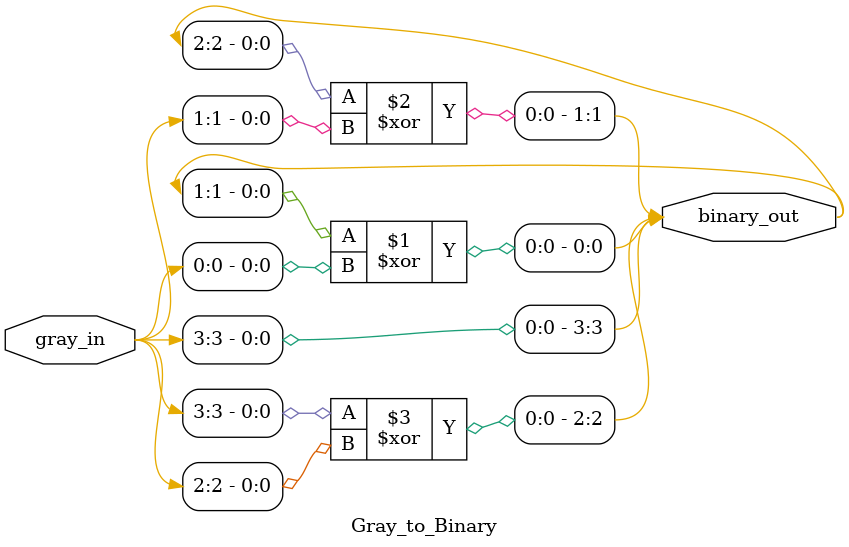
<source format=v>
module Gray_to_Binary (
    input  wire [3:0] gray_in,
    output [3:0] binary_out
);

/*always @(*) begin

    binary_out[3]=gray_in[3];
    binary_out[2]=binary_out[3]^gray_in[2];
    binary_out[1]=binary_out[2]^gray_in[1];
    binary_out[0]=binary_out[1]^gray_in[0];

end */   



 assign binary_out= {gray_in[3],binary_out[3]^gray_in[2],binary_out[2]^gray_in[1],binary_out[1]^gray_in[0]};

endmodule
</source>
